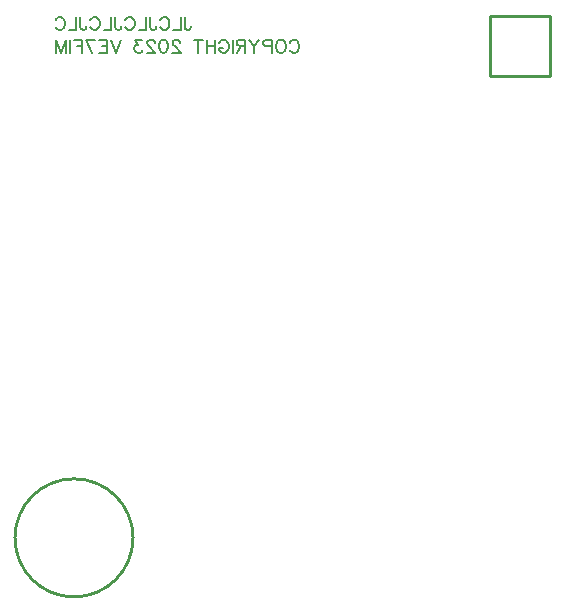
<source format=gbo>
G04 Layer: BottomSilkscreenLayer*
G04 Panelize: , Column: 2, Row: 2, Board Size: 58.42mm x 58.42mm, Panelized Board Size: 118.84mm x 118.84mm*
G04 EasyEDA v6.5.34, 2023-10-06 23:46:37*
G04 e07c970f047149babf7d85850df99f2e,5a6b42c53f6a479593ecc07194224c93,10*
G04 Gerber Generator version 0.2*
G04 Scale: 100 percent, Rotated: No, Reflected: No *
G04 Dimensions in millimeters *
G04 leading zeros omitted , absolute positions ,4 integer and 5 decimal *
%FSLAX45Y45*%
%MOMM*%

%ADD10C,0.1524*%
%ADD11C,0.1520*%
%ADD12C,0.2540*%

%LPD*%
D10*
X2754167Y5486862D02*
G01*
X2759364Y5497253D01*
X2769755Y5507644D01*
X2780144Y5512838D01*
X2800926Y5512838D01*
X2811317Y5507644D01*
X2821708Y5497253D01*
X2826905Y5486862D01*
X2832100Y5471274D01*
X2832100Y5445297D01*
X2826905Y5429712D01*
X2821708Y5419321D01*
X2811317Y5408929D01*
X2800926Y5403735D01*
X2780144Y5403735D01*
X2769755Y5408929D01*
X2759364Y5419321D01*
X2754167Y5429712D01*
X2688704Y5512838D02*
G01*
X2699095Y5507644D01*
X2709486Y5497253D01*
X2714683Y5486862D01*
X2719877Y5471274D01*
X2719877Y5445297D01*
X2714683Y5429712D01*
X2709486Y5419321D01*
X2699095Y5408929D01*
X2688704Y5403735D01*
X2667924Y5403735D01*
X2657533Y5408929D01*
X2647142Y5419321D01*
X2641945Y5429712D01*
X2636751Y5445297D01*
X2636751Y5471274D01*
X2641945Y5486862D01*
X2647142Y5497253D01*
X2657533Y5507644D01*
X2667924Y5512838D01*
X2688704Y5512838D01*
X2602461Y5512838D02*
G01*
X2602461Y5403735D01*
X2602461Y5512838D02*
G01*
X2555702Y5512838D01*
X2540114Y5507644D01*
X2534920Y5502447D01*
X2529725Y5492056D01*
X2529725Y5476471D01*
X2534920Y5466079D01*
X2540114Y5460885D01*
X2555702Y5455688D01*
X2602461Y5455688D01*
X2495435Y5512838D02*
G01*
X2453871Y5460885D01*
X2453871Y5403735D01*
X2412306Y5512838D02*
G01*
X2453871Y5460885D01*
X2378016Y5512838D02*
G01*
X2378016Y5403735D01*
X2378016Y5512838D02*
G01*
X2331257Y5512838D01*
X2315672Y5507644D01*
X2310475Y5502447D01*
X2305281Y5492056D01*
X2305281Y5481665D01*
X2310475Y5471274D01*
X2315672Y5466079D01*
X2331257Y5460885D01*
X2378016Y5460885D01*
X2341648Y5460885D02*
G01*
X2305281Y5403735D01*
X2270991Y5512838D02*
G01*
X2270991Y5403735D01*
X2158768Y5486862D02*
G01*
X2163965Y5497253D01*
X2174354Y5507644D01*
X2184745Y5512838D01*
X2205527Y5512838D01*
X2215918Y5507644D01*
X2226309Y5497253D01*
X2231504Y5486862D01*
X2236701Y5471274D01*
X2236701Y5445297D01*
X2231504Y5429712D01*
X2226309Y5419321D01*
X2215918Y5408929D01*
X2205527Y5403735D01*
X2184745Y5403735D01*
X2174354Y5408929D01*
X2163965Y5419321D01*
X2158768Y5429712D01*
X2158768Y5445297D01*
X2184745Y5445297D02*
G01*
X2158768Y5445297D01*
X2124478Y5512838D02*
G01*
X2124478Y5403735D01*
X2051743Y5512838D02*
G01*
X2051743Y5403735D01*
X2124478Y5460885D02*
G01*
X2051743Y5460885D01*
X1981085Y5512838D02*
G01*
X1981085Y5403735D01*
X2017453Y5512838D02*
G01*
X1944715Y5512838D01*
X1825221Y5486862D02*
G01*
X1825221Y5492056D01*
X1820024Y5502447D01*
X1814829Y5507644D01*
X1804438Y5512838D01*
X1783656Y5512838D01*
X1773265Y5507644D01*
X1768071Y5502447D01*
X1762874Y5492056D01*
X1762874Y5481665D01*
X1768071Y5471274D01*
X1778462Y5455688D01*
X1830415Y5403735D01*
X1757679Y5403735D01*
X1692216Y5512838D02*
G01*
X1707804Y5507644D01*
X1718195Y5492056D01*
X1723389Y5466079D01*
X1723389Y5450494D01*
X1718195Y5424515D01*
X1707804Y5408929D01*
X1692216Y5403735D01*
X1681825Y5403735D01*
X1666239Y5408929D01*
X1655848Y5424515D01*
X1650654Y5450494D01*
X1650654Y5466079D01*
X1655848Y5492056D01*
X1666239Y5507644D01*
X1681825Y5512838D01*
X1692216Y5512838D01*
X1611167Y5486862D02*
G01*
X1611167Y5492056D01*
X1605973Y5502447D01*
X1600776Y5507644D01*
X1590385Y5512838D01*
X1569605Y5512838D01*
X1559214Y5507644D01*
X1554017Y5502447D01*
X1548823Y5492056D01*
X1548823Y5481665D01*
X1554017Y5471274D01*
X1564408Y5455688D01*
X1616364Y5403735D01*
X1543626Y5403735D01*
X1498945Y5512838D02*
G01*
X1441795Y5512838D01*
X1472968Y5471274D01*
X1457383Y5471274D01*
X1446992Y5466079D01*
X1441795Y5460885D01*
X1436601Y5445297D01*
X1436601Y5434906D01*
X1441795Y5419321D01*
X1452186Y5408929D01*
X1467774Y5403735D01*
X1483360Y5403735D01*
X1498945Y5408929D01*
X1504142Y5414124D01*
X1509336Y5424515D01*
X1322301Y5512838D02*
G01*
X1280736Y5403735D01*
X1239174Y5512838D02*
G01*
X1280736Y5403735D01*
X1204884Y5512838D02*
G01*
X1204884Y5403735D01*
X1204884Y5512838D02*
G01*
X1137343Y5512838D01*
X1204884Y5460885D02*
G01*
X1163320Y5460885D01*
X1204884Y5403735D02*
G01*
X1137343Y5403735D01*
X1030315Y5512838D02*
G01*
X1082271Y5403735D01*
X1103053Y5512838D02*
G01*
X1030315Y5512838D01*
X996025Y5512838D02*
G01*
X996025Y5403735D01*
X996025Y5512838D02*
G01*
X928484Y5512838D01*
X996025Y5460885D02*
G01*
X954463Y5460885D01*
X894194Y5512838D02*
G01*
X894194Y5403735D01*
X859904Y5512838D02*
G01*
X859904Y5403735D01*
X859904Y5512838D02*
G01*
X818342Y5403735D01*
X776777Y5512838D02*
G01*
X818342Y5403735D01*
X776777Y5512838D02*
G01*
X776777Y5403735D01*
D11*
X1865744Y5703338D02*
G01*
X1865744Y5620212D01*
X1870941Y5604624D01*
X1876135Y5599429D01*
X1886526Y5594235D01*
X1896917Y5594235D01*
X1907308Y5599429D01*
X1912505Y5604624D01*
X1917700Y5620212D01*
X1917700Y5630603D01*
X1831454Y5703338D02*
G01*
X1831454Y5594235D01*
X1831454Y5594235D02*
G01*
X1769110Y5594235D01*
X1656887Y5677362D02*
G01*
X1662084Y5687753D01*
X1672475Y5698144D01*
X1682864Y5703338D01*
X1703646Y5703338D01*
X1714037Y5698144D01*
X1724428Y5687753D01*
X1729625Y5677362D01*
X1734820Y5661774D01*
X1734820Y5635797D01*
X1729625Y5620212D01*
X1724428Y5609821D01*
X1714037Y5599429D01*
X1703646Y5594235D01*
X1682864Y5594235D01*
X1672475Y5599429D01*
X1662084Y5609821D01*
X1656887Y5620212D01*
X1570644Y5703338D02*
G01*
X1570644Y5620212D01*
X1575838Y5604624D01*
X1581035Y5599429D01*
X1591424Y5594235D01*
X1601815Y5594235D01*
X1612206Y5599429D01*
X1617403Y5604624D01*
X1622597Y5620212D01*
X1622597Y5630603D01*
X1536354Y5703338D02*
G01*
X1536354Y5594235D01*
X1536354Y5594235D02*
G01*
X1474007Y5594235D01*
X1361785Y5677362D02*
G01*
X1366982Y5687753D01*
X1377373Y5698144D01*
X1387764Y5703338D01*
X1408544Y5703338D01*
X1418935Y5698144D01*
X1429326Y5687753D01*
X1434523Y5677362D01*
X1439717Y5661774D01*
X1439717Y5635797D01*
X1434523Y5620212D01*
X1429326Y5609821D01*
X1418935Y5599429D01*
X1408544Y5594235D01*
X1387764Y5594235D01*
X1377373Y5599429D01*
X1366982Y5609821D01*
X1361785Y5620212D01*
X1275542Y5703338D02*
G01*
X1275542Y5620212D01*
X1280736Y5604624D01*
X1285933Y5599429D01*
X1296324Y5594235D01*
X1306715Y5594235D01*
X1317104Y5599429D01*
X1322301Y5604624D01*
X1327495Y5620212D01*
X1327495Y5630603D01*
X1241252Y5703338D02*
G01*
X1241252Y5594235D01*
X1241252Y5594235D02*
G01*
X1178905Y5594235D01*
X1066685Y5677362D02*
G01*
X1071879Y5687753D01*
X1082271Y5698144D01*
X1092662Y5703338D01*
X1113444Y5703338D01*
X1123835Y5698144D01*
X1134224Y5687753D01*
X1139421Y5677362D01*
X1144615Y5661774D01*
X1144615Y5635797D01*
X1139421Y5620212D01*
X1134224Y5609821D01*
X1123835Y5599429D01*
X1113444Y5594235D01*
X1092662Y5594235D01*
X1082271Y5599429D01*
X1071879Y5609821D01*
X1066685Y5620212D01*
X980439Y5703338D02*
G01*
X980439Y5620212D01*
X985634Y5604624D01*
X990831Y5599429D01*
X1001222Y5594235D01*
X1011613Y5594235D01*
X1022004Y5599429D01*
X1027198Y5604624D01*
X1032395Y5620212D01*
X1032395Y5630603D01*
X946150Y5703338D02*
G01*
X946150Y5594235D01*
X946150Y5594235D02*
G01*
X883805Y5594235D01*
X771583Y5677362D02*
G01*
X776777Y5687753D01*
X787168Y5698144D01*
X797560Y5703338D01*
X818342Y5703338D01*
X828733Y5698144D01*
X839124Y5687753D01*
X844318Y5677362D01*
X849515Y5661774D01*
X849515Y5635797D01*
X844318Y5620212D01*
X839124Y5609821D01*
X828733Y5599429D01*
X818342Y5594235D01*
X797560Y5594235D01*
X787168Y5599429D01*
X776777Y5609821D01*
X771583Y5620212D01*
D12*
G75*
G01
X1427099Y1295400D02*
G03X1427099Y1295400I-499999J0D01*
X4445000Y5715000D02*
G01*
X4953000Y5715000D01*
X4953000Y5207000D01*
X4445000Y5207000D01*
X4445000Y5715000D01*
M02*

</source>
